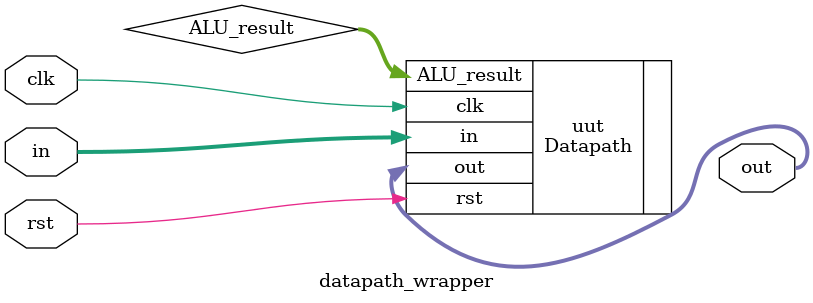
<source format=v>
`timescale 1ns / 1ps


module datapath_wrapper#(parameter pc_width = 32)(
    input wire clk, rst,
    input wire [3:0] in,
    output wire [3:0] out
);

    wire [31:0] ALU_result;
    
    Datapath #(pc_width) uut(
    .clk(clk),
    .rst(rst),
    .ALU_result(ALU_result),
    .in(in),
    .out(out)
    );

    

endmodule


</source>
